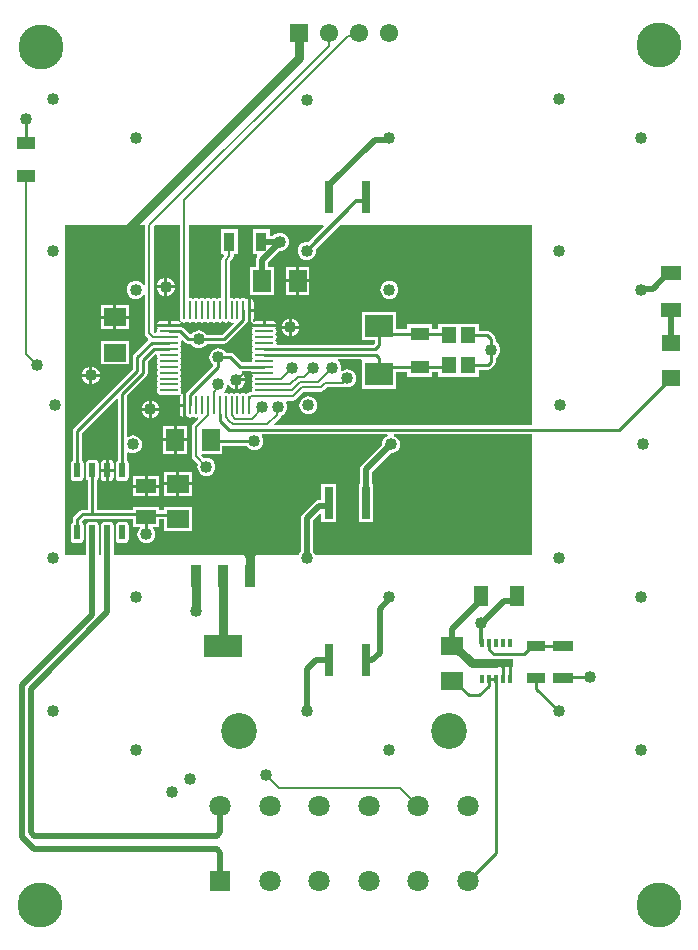
<source format=gbr>
%TF.GenerationSoftware,Altium Limited,Altium Designer,20.0.9 (164)*%
G04 Layer_Physical_Order=4*
G04 Layer_Color=16711680*
%FSLAX26Y26*%
%MOIN*%
%TF.FileFunction,Copper,L4,Bot,Signal*%
%TF.Part,Single*%
G01*
G75*
%TA.AperFunction,Conductor*%
%ADD11C,0.020000*%
%ADD12C,0.030000*%
%ADD13C,0.008000*%
%ADD14C,0.010000*%
%ADD15C,0.009000*%
%TA.AperFunction,ComponentPad*%
%ADD16C,0.070866*%
%ADD17R,0.070866X0.070866*%
%ADD18C,0.119685*%
%ADD19C,0.011811*%
%ADD20R,0.061024X0.061024*%
%ADD21C,0.061024*%
%TA.AperFunction,ViaPad*%
%ADD22C,0.040000*%
%ADD23C,0.150000*%
%TA.AperFunction,SMDPad,CuDef*%
%ADD24R,0.029528X0.106299*%
%ADD25R,0.118110X0.031496*%
%ADD26R,0.015748X0.029528*%
%ADD27R,0.064961X0.043307*%
%ADD28R,0.035433X0.074803*%
%ADD29R,0.125984X0.074803*%
%ADD30R,0.074803X0.061024*%
%ADD31R,0.062992X0.035433*%
%ADD32R,0.045276X0.070866*%
%ADD33R,0.066929X0.037402*%
%ADD34O,0.009842X0.061024*%
%ADD35O,0.061024X0.009842*%
%ADD36R,0.059055X0.055118*%
%ADD37R,0.074803X0.059055*%
%ADD38R,0.059055X0.074803*%
%ADD39R,0.094488X0.074803*%
%ADD40R,0.070866X0.051181*%
%ADD41R,0.035433X0.062992*%
%ADD42R,0.051181X0.057087*%
G04:AMPARAMS|DCode=43|XSize=21.654mil|YSize=49.213mil|CornerRadius=1.949mil|HoleSize=0mil|Usage=FLASHONLY|Rotation=180.000|XOffset=0mil|YOffset=0mil|HoleType=Round|Shape=RoundedRectangle|*
%AMROUNDEDRECTD43*
21,1,0.021654,0.045315,0,0,180.0*
21,1,0.017756,0.049213,0,0,180.0*
1,1,0.003898,-0.008878,0.022657*
1,1,0.003898,0.008878,0.022657*
1,1,0.003898,0.008878,-0.022657*
1,1,0.003898,-0.008878,-0.022657*
%
%ADD43ROUNDEDRECTD43*%
%ADD44R,0.066929X0.045276*%
%TA.AperFunction,Conductor*%
%ADD45C,0.014000*%
%ADD46C,0.012000*%
%ADD47C,0.040000*%
G36*
X3070000Y1728782D02*
X2211502D01*
X2209588Y1733401D01*
X2228971Y1752784D01*
X2232065Y1757415D01*
X2232730Y1760759D01*
X2232832Y1760772D01*
X2240129Y1763795D01*
X2246396Y1768604D01*
X2251205Y1774871D01*
X2254228Y1782168D01*
X2255259Y1790000D01*
X2254228Y1797832D01*
X2251205Y1805129D01*
X2250352Y1806241D01*
X2252563Y1810726D01*
X2274999D01*
X2275000Y1810726D01*
X2280463Y1811812D01*
X2285093Y1814907D01*
X2310913Y1840726D01*
X2365670D01*
X2365670Y1840726D01*
X2371133Y1841812D01*
X2375764Y1844907D01*
X2386583Y1855726D01*
X2439999D01*
X2440000Y1855726D01*
X2444919Y1856704D01*
X2447168Y1855772D01*
X2455000Y1854741D01*
X2462832Y1855772D01*
X2470129Y1858795D01*
X2476396Y1863604D01*
X2481205Y1869871D01*
X2484228Y1877168D01*
X2485259Y1885000D01*
X2484228Y1892832D01*
X2481205Y1900129D01*
X2476396Y1906396D01*
X2470129Y1911205D01*
X2462832Y1914228D01*
X2455000Y1915259D01*
X2447168Y1914228D01*
X2439871Y1911205D01*
X2438847Y1910420D01*
X2436978Y1911127D01*
X2434376Y1913291D01*
X2435259Y1920000D01*
X2434228Y1927832D01*
X2431205Y1935129D01*
X2426396Y1941396D01*
X2423625Y1943523D01*
X2425322Y1948523D01*
X2499329D01*
X2503228Y1945866D01*
Y1851063D01*
X2617716D01*
Y1907578D01*
X2652992D01*
Y1890709D01*
X2737953D01*
Y1907578D01*
X2758386D01*
Y1889921D01*
X2892559D01*
Y1913680D01*
X2923465D01*
X2929122Y1914806D01*
X2933918Y1918011D01*
X2945454Y1929546D01*
X2948659Y1934342D01*
X2949784Y1940000D01*
Y1953652D01*
X2950129Y1953795D01*
X2956396Y1958604D01*
X2961205Y1964871D01*
X2964228Y1972168D01*
X2965259Y1980000D01*
X2964228Y1987832D01*
X2961205Y1995129D01*
X2956396Y2001396D01*
X2950129Y2006205D01*
X2949784Y2006348D01*
Y2015000D01*
X2948659Y2020658D01*
X2945454Y2025454D01*
X2931989Y2038918D01*
X2927193Y2042123D01*
X2921535Y2043249D01*
X2892559D01*
Y2067008D01*
X2758386D01*
Y2049351D01*
X2737953D01*
Y2066220D01*
X2652992D01*
Y2049351D01*
X2617716D01*
Y2107283D01*
X2503228D01*
Y2012480D01*
X2545688D01*
Y2001596D01*
X2541868Y1997776D01*
X2221762D01*
X2218590Y2001641D01*
X2218796Y2002677D01*
X2217638Y2008499D01*
X2214952Y2012520D01*
X2217638Y2016540D01*
X2218796Y2022362D01*
X2217638Y2028184D01*
X2214952Y2032205D01*
X2217638Y2036225D01*
X2218796Y2042047D01*
X2217638Y2047869D01*
X2214952Y2051890D01*
X2217638Y2055910D01*
X2217802Y2056732D01*
X2206250D01*
X2203583Y2057263D01*
X2177992D01*
X2152401D01*
X2149734Y2056732D01*
X2138183D01*
X2138346Y2055910D01*
X2141032Y2051890D01*
X2138346Y2047869D01*
X2137188Y2042047D01*
X2138346Y2036225D01*
X2141032Y2032205D01*
X2138346Y2028184D01*
X2137188Y2022362D01*
X2138346Y2016540D01*
X2141032Y2012520D01*
X2138346Y2008499D01*
X2137188Y2002677D01*
X2138346Y1996855D01*
X2141032Y1992835D01*
X2138346Y1988814D01*
X2137188Y1982992D01*
X2138346Y1977170D01*
X2141032Y1973150D01*
X2138346Y1969129D01*
X2137188Y1963307D01*
X2138346Y1957485D01*
X2141032Y1953465D01*
X2138346Y1949444D01*
X2137188Y1943622D01*
X2137394Y1942586D01*
X2134222Y1938721D01*
X2102187D01*
X2075454Y1965454D01*
X2070658Y1968659D01*
X2065000Y1969784D01*
X2051348D01*
X2051205Y1970129D01*
X2046396Y1976396D01*
X2040129Y1981205D01*
X2032832Y1984228D01*
X2025000Y1985259D01*
X2017168Y1984228D01*
X2009871Y1981205D01*
X2003604Y1976396D01*
X1998795Y1970129D01*
X1995772Y1962832D01*
X1994741Y1955000D01*
X1995772Y1947168D01*
X1998795Y1939871D01*
X2003604Y1933604D01*
X2006203Y1931609D01*
X2006638Y1924973D01*
X1920652Y1838986D01*
X1917545Y1834336D01*
X1917082Y1834646D01*
X1916260Y1834810D01*
Y1823258D01*
X1915729Y1820591D01*
Y1795000D01*
Y1769409D01*
X1916260Y1766742D01*
Y1755190D01*
X1917082Y1755354D01*
X1921102Y1758040D01*
X1925123Y1755354D01*
X1930945Y1754196D01*
X1936767Y1755354D01*
X1940787Y1758040D01*
X1944808Y1755354D01*
X1950630Y1754196D01*
X1955588Y1755182D01*
X1957648Y1752889D01*
X1958536Y1751059D01*
X1939907Y1732429D01*
X1936812Y1727798D01*
X1935726Y1722336D01*
X1935726Y1722335D01*
Y1625001D01*
X1935726Y1625000D01*
X1936812Y1619537D01*
X1939907Y1614907D01*
X1956126Y1598687D01*
X1955772Y1597832D01*
X1954741Y1590000D01*
X1955772Y1582168D01*
X1958795Y1574871D01*
X1963604Y1568604D01*
X1969871Y1563795D01*
X1977168Y1560772D01*
X1985000Y1559741D01*
X1992832Y1560772D01*
X2000129Y1563795D01*
X2006396Y1568604D01*
X2011205Y1574871D01*
X2014228Y1582168D01*
X2015259Y1590000D01*
X2014228Y1597832D01*
X2011205Y1605129D01*
X2006396Y1611396D01*
X2000129Y1616205D01*
X1992832Y1619228D01*
X1985000Y1620259D01*
X1977168Y1619228D01*
X1976313Y1618874D01*
X1967589Y1627599D01*
X1969660Y1632599D01*
X2038583D01*
Y1660216D01*
X2118652D01*
X2118795Y1659871D01*
X2123604Y1653604D01*
X2129871Y1648795D01*
X2137168Y1645772D01*
X2145000Y1644741D01*
X2152832Y1645772D01*
X2160129Y1648795D01*
X2166396Y1653604D01*
X2171205Y1659871D01*
X2174228Y1667168D01*
X2175259Y1675000D01*
X2174228Y1682832D01*
X2171205Y1690129D01*
X2168853Y1693194D01*
X2171319Y1698194D01*
X2588678D01*
X2589673Y1693194D01*
X2584871Y1691205D01*
X2578604Y1686396D01*
X2573795Y1680129D01*
X2570772Y1672832D01*
X2569741Y1665000D01*
X2569906Y1663745D01*
X2502589Y1596427D01*
X2498168Y1589811D01*
X2496616Y1582008D01*
Y1533150D01*
X2492244D01*
Y1406850D01*
X2541772D01*
Y1533150D01*
X2537400D01*
Y1573561D01*
X2598745Y1634906D01*
X2600000Y1634741D01*
X2607832Y1635772D01*
X2615129Y1638795D01*
X2621396Y1643604D01*
X2626205Y1649871D01*
X2629228Y1657168D01*
X2630259Y1665000D01*
X2629228Y1672832D01*
X2626205Y1680129D01*
X2621396Y1686396D01*
X2615129Y1691205D01*
X2610327Y1693194D01*
X2611322Y1698194D01*
X3070000D01*
Y1295000D01*
X2348330D01*
X2346205Y1300129D01*
X2341396Y1306396D01*
X2340392Y1307167D01*
Y1411553D01*
X2363609Y1434771D01*
X2368228Y1432857D01*
Y1406850D01*
X2417756D01*
Y1533150D01*
X2368228D01*
Y1480336D01*
X2359944D01*
X2352140Y1478784D01*
X2345525Y1474363D01*
X2305581Y1434419D01*
X2301160Y1427804D01*
X2299608Y1420000D01*
Y1307167D01*
X2298604Y1306396D01*
X2293795Y1300129D01*
X2291670Y1295000D01*
X1675392D01*
Y1345633D01*
X1676061Y1348996D01*
Y1394311D01*
X1675133Y1398973D01*
X1672493Y1402926D01*
X1668540Y1405567D01*
X1663878Y1406494D01*
X1646122D01*
X1641460Y1405567D01*
X1637507Y1402926D01*
X1634867Y1398973D01*
X1633939Y1394311D01*
Y1348996D01*
X1634608Y1345633D01*
Y1295000D01*
X1625392D01*
Y1345633D01*
X1626061Y1348996D01*
Y1394311D01*
X1625133Y1398973D01*
X1622493Y1402926D01*
X1618540Y1405567D01*
X1613878Y1406494D01*
X1596122D01*
X1591460Y1405567D01*
X1587507Y1402926D01*
X1584867Y1398973D01*
X1583939Y1394311D01*
Y1348996D01*
X1584608Y1345633D01*
Y1295000D01*
X1515000D01*
Y2395000D01*
X1780726D01*
X1780726Y2394999D01*
Y2197142D01*
X1777962Y2195912D01*
X1775726Y2195754D01*
X1771396Y2201396D01*
X1765129Y2206205D01*
X1757832Y2209228D01*
X1750000Y2210259D01*
X1742168Y2209228D01*
X1734871Y2206205D01*
X1728604Y2201396D01*
X1723795Y2195129D01*
X1720772Y2187832D01*
X1719741Y2180000D01*
X1720772Y2172168D01*
X1723795Y2164871D01*
X1728604Y2158604D01*
X1734871Y2153795D01*
X1742168Y2150772D01*
X1750000Y2149741D01*
X1757832Y2150772D01*
X1765129Y2153795D01*
X1771396Y2158604D01*
X1775726Y2164246D01*
X1777962Y2164088D01*
X1780726Y2162858D01*
Y2035001D01*
X1780726Y2035000D01*
X1781812Y2029537D01*
X1784907Y2024907D01*
X1791841Y2017973D01*
X1790917Y2011825D01*
X1744546Y1965454D01*
X1741341Y1960658D01*
X1740216Y1955000D01*
Y1916124D01*
X1544546Y1720454D01*
X1541341Y1715658D01*
X1540216Y1710000D01*
Y1611428D01*
X1537507Y1609619D01*
X1534867Y1605666D01*
X1533939Y1601004D01*
Y1555689D01*
X1534867Y1551027D01*
X1537507Y1547074D01*
X1541460Y1544434D01*
X1546122Y1543506D01*
X1563878D01*
X1568540Y1544434D01*
X1572493Y1547074D01*
X1575133Y1551027D01*
X1576061Y1555689D01*
Y1601004D01*
X1575133Y1605666D01*
X1572493Y1609619D01*
X1569784Y1611428D01*
Y1703876D01*
X1685597Y1819689D01*
X1690216Y1817775D01*
Y1611428D01*
X1687507Y1609619D01*
X1684867Y1605666D01*
X1683939Y1601004D01*
Y1555689D01*
X1684867Y1551027D01*
X1687507Y1547074D01*
X1691460Y1544434D01*
X1696122Y1543506D01*
X1713878D01*
X1718540Y1544434D01*
X1722493Y1547074D01*
X1725133Y1551027D01*
X1726061Y1555689D01*
Y1601004D01*
X1725133Y1605666D01*
X1722493Y1609619D01*
X1719784Y1611428D01*
Y1637045D01*
X1724268Y1639257D01*
X1724871Y1638795D01*
X1732168Y1635772D01*
X1740000Y1634741D01*
X1747832Y1635772D01*
X1755129Y1638795D01*
X1761396Y1643604D01*
X1766205Y1649871D01*
X1769228Y1657168D01*
X1770259Y1665000D01*
X1769228Y1672832D01*
X1766205Y1680129D01*
X1761396Y1686396D01*
X1755129Y1691205D01*
X1747832Y1694228D01*
X1740000Y1695259D01*
X1732168Y1694228D01*
X1724871Y1691205D01*
X1724268Y1690743D01*
X1719784Y1692955D01*
Y1827006D01*
X1784454Y1891676D01*
X1787659Y1896472D01*
X1788784Y1902130D01*
Y1941006D01*
X1813285Y1965507D01*
X1815617Y1965402D01*
X1820259Y1963307D01*
X1821417Y1957485D01*
X1824103Y1953465D01*
X1821417Y1949444D01*
X1820259Y1943622D01*
X1821417Y1937800D01*
X1824103Y1933780D01*
X1821417Y1929759D01*
X1820259Y1923937D01*
X1821417Y1918115D01*
X1824103Y1914094D01*
X1821417Y1910074D01*
X1820259Y1904252D01*
X1821417Y1898430D01*
X1824103Y1894409D01*
X1821417Y1890389D01*
X1820259Y1884567D01*
X1821417Y1878745D01*
X1824103Y1874724D01*
X1821417Y1870704D01*
X1820259Y1864882D01*
X1821417Y1859060D01*
X1824103Y1855039D01*
X1821417Y1851019D01*
X1820259Y1845197D01*
X1821417Y1839375D01*
X1824715Y1834439D01*
X1829650Y1831141D01*
X1835472Y1829983D01*
X1886654D01*
X1892476Y1831141D01*
X1895863Y1833405D01*
X1899468Y1829800D01*
X1897204Y1826413D01*
X1896046Y1820591D01*
Y1800000D01*
X1906260D01*
Y1834810D01*
X1905438Y1834646D01*
X1902051Y1832383D01*
X1898446Y1835988D01*
X1900709Y1839375D01*
X1901867Y1845197D01*
X1900709Y1851019D01*
X1898023Y1855039D01*
X1900709Y1859060D01*
X1901867Y1864882D01*
X1900709Y1870704D01*
X1898023Y1874724D01*
X1900709Y1878745D01*
X1901867Y1884567D01*
X1900709Y1890389D01*
X1898023Y1894409D01*
X1900709Y1898430D01*
X1901867Y1904252D01*
X1900709Y1910074D01*
X1898023Y1914094D01*
X1900709Y1918115D01*
X1901867Y1923937D01*
X1900709Y1929759D01*
X1898023Y1933780D01*
X1900709Y1937800D01*
X1901867Y1943622D01*
X1900709Y1949444D01*
X1898023Y1953465D01*
X1900709Y1957485D01*
X1901867Y1963307D01*
X1900709Y1969129D01*
X1898023Y1973150D01*
X1900709Y1977170D01*
X1901867Y1982992D01*
X1900709Y1988814D01*
X1898023Y1992835D01*
X1900709Y1996855D01*
X1901867Y2002677D01*
X1900709Y2008499D01*
X1900636Y2008609D01*
X1901513Y2010508D01*
X1907514Y2011579D01*
X1914546Y2004546D01*
X1919342Y2001341D01*
X1925000Y2000216D01*
X1933652D01*
X1933795Y1999871D01*
X1938604Y1993604D01*
X1944871Y1988795D01*
X1952168Y1985772D01*
X1960000Y1984741D01*
X1967832Y1985772D01*
X1975129Y1988795D01*
X1981396Y1993604D01*
X1986205Y1999871D01*
X1986348Y2000216D01*
X2044552D01*
X2050210Y2001341D01*
X2055006Y2004546D01*
X2118403Y2067943D01*
X2121510Y2072593D01*
X2121973Y2072283D01*
X2122795Y2072120D01*
Y2083671D01*
X2123326Y2086339D01*
Y2111929D01*
Y2137520D01*
X2122795Y2140188D01*
Y2151739D01*
X2121973Y2151575D01*
X2117953Y2148889D01*
X2113932Y2151575D01*
X2108110Y2152733D01*
X2102288Y2151575D01*
X2098268Y2148889D01*
X2094247Y2151575D01*
X2088425Y2152733D01*
X2082603Y2151575D01*
X2078583Y2148889D01*
X2074562Y2151575D01*
X2068740Y2152733D01*
X2067195Y2152426D01*
X2063329Y2155598D01*
Y2273142D01*
X2071944Y2281757D01*
X2071944Y2281757D01*
X2075038Y2286388D01*
X2076125Y2291850D01*
X2076125Y2291851D01*
Y2298504D01*
X2089567D01*
Y2381496D01*
X2034134D01*
Y2298504D01*
X2041246D01*
X2043317Y2293504D01*
X2038962Y2289149D01*
X2035867Y2284518D01*
X2034781Y2279055D01*
X2034781Y2279055D01*
Y2155598D01*
X2030916Y2152426D01*
X2029370Y2152733D01*
X2023548Y2151575D01*
X2019528Y2148889D01*
X2015507Y2151575D01*
X2009685Y2152733D01*
X2003863Y2151575D01*
X1999842Y2148889D01*
X1995822Y2151575D01*
X1990000Y2152733D01*
X1984178Y2151575D01*
X1980157Y2148889D01*
X1976137Y2151575D01*
X1970315Y2152733D01*
X1964493Y2151575D01*
X1960472Y2148889D01*
X1956452Y2151575D01*
X1950630Y2152733D01*
X1944808Y2151575D01*
X1940787Y2148889D01*
X1936767Y2151575D01*
X1930945Y2152733D01*
X1929399Y2152426D01*
X1925534Y2155598D01*
Y2395000D01*
X2373954D01*
X2375868Y2390381D01*
X2325078Y2339590D01*
X2320000Y2340259D01*
X2312168Y2339228D01*
X2304871Y2336205D01*
X2298604Y2331396D01*
X2293795Y2325129D01*
X2290772Y2317832D01*
X2289741Y2310000D01*
X2290772Y2302168D01*
X2293795Y2294871D01*
X2298604Y2288604D01*
X2304871Y2283795D01*
X2312168Y2280772D01*
X2320000Y2279741D01*
X2327832Y2280772D01*
X2335129Y2283795D01*
X2341396Y2288604D01*
X2346205Y2294871D01*
X2349228Y2302168D01*
X2350259Y2310000D01*
X2349590Y2315078D01*
X2429513Y2395000D01*
X3070000D01*
Y1728782D01*
D02*
G37*
G36*
X1896986Y2142241D02*
X1896046Y2137520D01*
Y2086338D01*
X1897204Y2080517D01*
X1899468Y2077129D01*
X1895863Y2073524D01*
X1892476Y2075788D01*
X1886654Y2076946D01*
X1866063D01*
Y2066732D01*
X1900872D01*
X1900709Y2067554D01*
X1898446Y2070941D01*
X1902051Y2074546D01*
X1905438Y2072283D01*
X1911260Y2071125D01*
X1917082Y2072283D01*
X1921102Y2074970D01*
X1925123Y2072283D01*
X1930945Y2071125D01*
X1936767Y2072283D01*
X1940787Y2074970D01*
X1944808Y2072283D01*
X1950630Y2071125D01*
X1956452Y2072283D01*
X1960472Y2074970D01*
X1964493Y2072283D01*
X1970315Y2071125D01*
X1976137Y2072283D01*
X1980157Y2074970D01*
X1984178Y2072283D01*
X1990000Y2071125D01*
X1995822Y2072283D01*
X1999842Y2074970D01*
X2003863Y2072283D01*
X2009685Y2071125D01*
X2015507Y2072283D01*
X2019528Y2074970D01*
X2023548Y2072283D01*
X2029370Y2071125D01*
X2035192Y2072283D01*
X2039213Y2074970D01*
X2043233Y2072283D01*
X2049055Y2071125D01*
X2054877Y2072283D01*
X2058898Y2074970D01*
X2062918Y2072283D01*
X2068740Y2071125D01*
X2073681Y2072108D01*
X2075792Y2069725D01*
X2076629Y2067984D01*
X2038429Y2029784D01*
X1986348D01*
X1986205Y2030129D01*
X1981396Y2036396D01*
X1975129Y2041205D01*
X1967832Y2044228D01*
X1960000Y2045259D01*
X1952168Y2044228D01*
X1944871Y2041205D01*
X1938604Y2036396D01*
X1935215Y2031979D01*
X1929826Y2031557D01*
X1929085Y2031823D01*
X1908568Y2052340D01*
X1903772Y2055545D01*
X1900756Y2056145D01*
X1900872Y2056732D01*
X1889321D01*
X1886654Y2057263D01*
X1861063D01*
X1835472D01*
X1832805Y2056732D01*
X1821254D01*
X1821417Y2055910D01*
X1824103Y2051890D01*
X1821417Y2047869D01*
X1820259Y2042047D01*
X1820329Y2041694D01*
X1816994Y2037533D01*
X1812796Y2037391D01*
X1809274Y2040913D01*
Y2389087D01*
X1815187Y2395000D01*
X1896986D01*
Y2142241D01*
D02*
G37*
G36*
X2137394Y1905288D02*
X2137188Y1904252D01*
X2138346Y1898430D01*
X2141032Y1894409D01*
X2138346Y1890389D01*
X2137188Y1884567D01*
X2138346Y1878745D01*
X2141032Y1874724D01*
X2138346Y1870704D01*
X2137188Y1864882D01*
X2138346Y1859060D01*
X2141032Y1855039D01*
X2138346Y1851019D01*
X2137188Y1845197D01*
X2137372Y1844274D01*
X2135002Y1839277D01*
X2135000Y1839274D01*
X2133707Y1839017D01*
X2129537Y1838188D01*
X2125196Y1835287D01*
X2121973Y1834646D01*
X2117953Y1831960D01*
X2113932Y1834646D01*
X2108110Y1835804D01*
X2102288Y1834646D01*
X2098268Y1831960D01*
X2094247Y1834646D01*
X2088425Y1835804D01*
X2082603Y1834646D01*
X2078583Y1831960D01*
X2074562Y1834646D01*
X2068740Y1835804D01*
X2062918Y1834646D01*
X2058898Y1831960D01*
X2054877Y1834646D01*
X2049055Y1835804D01*
X2043479Y1834695D01*
X2043220Y1834655D01*
X2043022Y1834788D01*
X2042882Y1840907D01*
X2046396Y1843604D01*
X2051205Y1849871D01*
X2054228Y1857168D01*
X2054839Y1861812D01*
X2060067Y1863213D01*
X2063604Y1858604D01*
X2069871Y1853795D01*
X2077168Y1850772D01*
X2080000Y1850399D01*
Y1880000D01*
X2085000D01*
Y1885000D01*
X2114601D01*
X2114228Y1887832D01*
X2111205Y1895129D01*
X2106396Y1901396D01*
X2102804Y1904153D01*
X2104501Y1909153D01*
X2134222D01*
X2137394Y1905288D01*
D02*
G37*
%LPC*%
G36*
X2195866Y2381496D02*
X2140433D01*
Y2298504D01*
X2152910D01*
X2155283Y2293504D01*
X2152105Y2288749D01*
X2150553Y2280945D01*
Y2257401D01*
X2131417D01*
Y2162599D01*
X2210472D01*
Y2257401D01*
X2191337D01*
Y2272498D01*
X2228745Y2309906D01*
X2230000Y2309741D01*
X2237832Y2310772D01*
X2245129Y2313795D01*
X2251396Y2318604D01*
X2256205Y2324871D01*
X2259228Y2332168D01*
X2260259Y2340000D01*
X2259228Y2347832D01*
X2256205Y2355129D01*
X2251396Y2361396D01*
X2245129Y2366205D01*
X2237832Y2369228D01*
X2230000Y2370259D01*
X2222168Y2369228D01*
X2214871Y2366205D01*
X2208604Y2361396D01*
X2207833Y2360392D01*
X2195866D01*
Y2381496D01*
D02*
G37*
G36*
X2328583Y2257401D02*
X2294055D01*
Y2215000D01*
X2328583D01*
Y2257401D01*
D02*
G37*
G36*
X2284055D02*
X2249528D01*
Y2215000D01*
X2284055D01*
Y2257401D01*
D02*
G37*
G36*
X2328583Y2205000D02*
X2294055D01*
Y2162599D01*
X2328583D01*
Y2205000D01*
D02*
G37*
G36*
X2284055D02*
X2249528D01*
Y2162599D01*
X2284055D01*
Y2205000D01*
D02*
G37*
G36*
X2595000Y2210259D02*
X2587168Y2209228D01*
X2579871Y2206205D01*
X2573604Y2201396D01*
X2568795Y2195129D01*
X2565772Y2187832D01*
X2564741Y2180000D01*
X2565772Y2172168D01*
X2568795Y2164871D01*
X2573604Y2158604D01*
X2579871Y2153795D01*
X2587168Y2150772D01*
X2595000Y2149741D01*
X2602832Y2150772D01*
X2610129Y2153795D01*
X2616396Y2158604D01*
X2621205Y2164871D01*
X2624228Y2172168D01*
X2625259Y2180000D01*
X2624228Y2187832D01*
X2621205Y2195129D01*
X2616396Y2201396D01*
X2610129Y2206205D01*
X2602832Y2209228D01*
X2595000Y2210259D01*
D02*
G37*
G36*
X2132795Y2151739D02*
Y2116929D01*
X2143009D01*
Y2137520D01*
X2141851Y2143342D01*
X2138553Y2148277D01*
X2133617Y2151575D01*
X2132795Y2151739D01*
D02*
G37*
G36*
X1727401Y2128583D02*
X1685000D01*
Y2094055D01*
X1727401D01*
Y2128583D01*
D02*
G37*
G36*
X1675000D02*
X1632599D01*
Y2094055D01*
X1675000D01*
Y2128583D01*
D02*
G37*
G36*
X2203583Y2076946D02*
X2182992D01*
Y2066732D01*
X2217802D01*
X2217638Y2067554D01*
X2214340Y2072490D01*
X2209405Y2075788D01*
X2203583Y2076946D01*
D02*
G37*
G36*
X2143009Y2106929D02*
X2132795D01*
Y2072120D01*
X2133617Y2072283D01*
X2137005Y2074546D01*
X2140610Y2070942D01*
X2138346Y2067554D01*
X2138183Y2066732D01*
X2172992D01*
Y2076946D01*
X2152401D01*
X2146579Y2075788D01*
X2143192Y2073524D01*
X2139587Y2077129D01*
X2141851Y2080517D01*
X2143009Y2086338D01*
Y2106929D01*
D02*
G37*
G36*
X2270000Y2084601D02*
Y2060000D01*
X2294601D01*
X2294228Y2062832D01*
X2291205Y2070129D01*
X2286396Y2076396D01*
X2280129Y2081205D01*
X2272832Y2084228D01*
X2270000Y2084601D01*
D02*
G37*
G36*
X2260000D02*
X2257168Y2084228D01*
X2249871Y2081205D01*
X2243604Y2076396D01*
X2238795Y2070129D01*
X2235772Y2062832D01*
X2235399Y2060000D01*
X2260000D01*
Y2084601D01*
D02*
G37*
G36*
X1727401Y2084055D02*
X1685000D01*
Y2049528D01*
X1727401D01*
Y2084055D01*
D02*
G37*
G36*
X1675000D02*
X1632599D01*
Y2049528D01*
X1675000D01*
Y2084055D01*
D02*
G37*
G36*
X2294601Y2050000D02*
X2270000D01*
Y2025399D01*
X2272832Y2025772D01*
X2280129Y2028795D01*
X2286396Y2033604D01*
X2291205Y2039871D01*
X2294228Y2047168D01*
X2294601Y2050000D01*
D02*
G37*
G36*
X2260000D02*
X2235399D01*
X2235772Y2047168D01*
X2238795Y2039871D01*
X2243604Y2033604D01*
X2249871Y2028795D01*
X2257168Y2025772D01*
X2260000Y2025399D01*
Y2050000D01*
D02*
G37*
G36*
X1727401Y2010472D02*
X1632599D01*
Y1931417D01*
X1727401D01*
Y2010472D01*
D02*
G37*
G36*
X1605000Y1924601D02*
Y1900000D01*
X1629601D01*
X1629228Y1902832D01*
X1626205Y1910129D01*
X1621396Y1916396D01*
X1615129Y1921205D01*
X1607832Y1924228D01*
X1605000Y1924601D01*
D02*
G37*
G36*
X1595000D02*
X1592168Y1924228D01*
X1584871Y1921205D01*
X1578604Y1916396D01*
X1573795Y1910129D01*
X1570772Y1902832D01*
X1570399Y1900000D01*
X1595000D01*
Y1924601D01*
D02*
G37*
G36*
X1629601Y1890000D02*
X1605000D01*
Y1865399D01*
X1607832Y1865772D01*
X1615129Y1868795D01*
X1621396Y1873604D01*
X1626205Y1879871D01*
X1629228Y1887168D01*
X1629601Y1890000D01*
D02*
G37*
G36*
X1595000D02*
X1570399D01*
X1570772Y1887168D01*
X1573795Y1879871D01*
X1578604Y1873604D01*
X1584871Y1868795D01*
X1592168Y1865772D01*
X1595000Y1865399D01*
Y1890000D01*
D02*
G37*
G36*
X1803458Y1811142D02*
Y1786542D01*
X1828059D01*
X1827686Y1789373D01*
X1824663Y1796671D01*
X1819855Y1802938D01*
X1813588Y1807747D01*
X1806290Y1810770D01*
X1803458Y1811142D01*
D02*
G37*
G36*
X1793458D02*
X1790627Y1810770D01*
X1783329Y1807747D01*
X1777062Y1802938D01*
X1772253Y1796671D01*
X1769230Y1789373D01*
X1768858Y1786542D01*
X1793458D01*
Y1811142D01*
D02*
G37*
G36*
X2325000Y1825259D02*
X2317168Y1824228D01*
X2309871Y1821205D01*
X2303604Y1816396D01*
X2298795Y1810129D01*
X2295772Y1802832D01*
X2294741Y1795000D01*
X2295772Y1787168D01*
X2298795Y1779871D01*
X2303604Y1773604D01*
X2309871Y1768795D01*
X2317168Y1765772D01*
X2325000Y1764741D01*
X2332832Y1765772D01*
X2340129Y1768795D01*
X2346396Y1773604D01*
X2351205Y1779871D01*
X2354228Y1787168D01*
X2355259Y1795000D01*
X2354228Y1802832D01*
X2351205Y1810129D01*
X2346396Y1816396D01*
X2340129Y1821205D01*
X2332832Y1824228D01*
X2325000Y1825259D01*
D02*
G37*
G36*
X1906260Y1790000D02*
X1896046D01*
Y1769409D01*
X1897204Y1763587D01*
X1900502Y1758652D01*
X1905438Y1755354D01*
X1906260Y1755190D01*
Y1790000D01*
D02*
G37*
G36*
X1828059Y1776542D02*
X1803458D01*
Y1751941D01*
X1806290Y1752314D01*
X1813588Y1755337D01*
X1819855Y1760145D01*
X1824663Y1766412D01*
X1827686Y1773710D01*
X1828059Y1776542D01*
D02*
G37*
G36*
X1793458D02*
X1768858D01*
X1769230Y1773710D01*
X1772253Y1766412D01*
X1777062Y1760145D01*
X1783329Y1755337D01*
X1790627Y1752314D01*
X1793458Y1751941D01*
Y1776542D01*
D02*
G37*
G36*
X1920472Y1727401D02*
X1885945D01*
Y1685000D01*
X1920472D01*
Y1727401D01*
D02*
G37*
G36*
X1875945D02*
X1841417D01*
Y1685000D01*
X1875945D01*
Y1727401D01*
D02*
G37*
G36*
X1920472Y1675000D02*
X1885945D01*
Y1632599D01*
X1920472D01*
Y1675000D01*
D02*
G37*
G36*
X1875945D02*
X1841417D01*
Y1632599D01*
X1875945D01*
Y1675000D01*
D02*
G37*
G36*
X1663878Y1613187D02*
X1660000D01*
Y1583347D01*
X1676061D01*
Y1601004D01*
X1675133Y1605666D01*
X1672493Y1609619D01*
X1668540Y1612259D01*
X1663878Y1613187D01*
D02*
G37*
G36*
X1650000D02*
X1646122D01*
X1641460Y1612259D01*
X1637507Y1609619D01*
X1634867Y1605666D01*
X1633939Y1601004D01*
Y1583347D01*
X1650000D01*
Y1613187D01*
D02*
G37*
G36*
X1676061Y1573347D02*
X1660000D01*
Y1543506D01*
X1663878D01*
X1668540Y1544434D01*
X1672493Y1547074D01*
X1675133Y1551027D01*
X1676061Y1555689D01*
Y1573347D01*
D02*
G37*
G36*
X1650000D02*
X1633939D01*
Y1555689D01*
X1634867Y1551027D01*
X1637507Y1547074D01*
X1641460Y1544434D01*
X1646122Y1543506D01*
X1650000D01*
Y1573347D01*
D02*
G37*
G36*
X1937401Y1573583D02*
X1895000D01*
Y1539055D01*
X1937401D01*
Y1573583D01*
D02*
G37*
G36*
X1885000D02*
X1842599D01*
Y1539055D01*
X1885000D01*
Y1573583D01*
D02*
G37*
G36*
X1828465Y1558819D02*
X1790000D01*
Y1531181D01*
X1828465D01*
Y1558819D01*
D02*
G37*
G36*
X1780000D02*
X1741535D01*
Y1531181D01*
X1780000D01*
Y1558819D01*
D02*
G37*
G36*
X1937401Y1529055D02*
X1895000D01*
Y1494528D01*
X1937401D01*
Y1529055D01*
D02*
G37*
G36*
X1885000D02*
X1842599D01*
Y1494528D01*
X1885000D01*
Y1529055D01*
D02*
G37*
G36*
X1828465Y1521181D02*
X1790000D01*
Y1493543D01*
X1828465D01*
Y1521181D01*
D02*
G37*
G36*
X1780000D02*
X1741535D01*
Y1493543D01*
X1780000D01*
Y1521181D01*
D02*
G37*
G36*
X1613878Y1613187D02*
X1596122D01*
X1591460Y1612259D01*
X1587507Y1609619D01*
X1584867Y1605666D01*
X1583939Y1601004D01*
Y1555689D01*
X1584867Y1551027D01*
X1587507Y1547074D01*
X1590216Y1545265D01*
Y1447284D01*
X1572772D01*
X1567114Y1446159D01*
X1562318Y1442954D01*
X1544546Y1425182D01*
X1541341Y1420386D01*
X1540216Y1414728D01*
Y1404735D01*
X1537507Y1402926D01*
X1534867Y1398973D01*
X1533939Y1394311D01*
Y1348996D01*
X1534867Y1344334D01*
X1537507Y1340381D01*
X1541460Y1337741D01*
X1546122Y1336813D01*
X1563878D01*
X1568540Y1337741D01*
X1572493Y1340381D01*
X1575133Y1344334D01*
X1576061Y1348996D01*
Y1394311D01*
X1575133Y1398973D01*
X1572493Y1402926D01*
X1570829Y1404037D01*
X1570486Y1409306D01*
X1578896Y1417716D01*
X1741535D01*
Y1391181D01*
X1762062D01*
X1763162Y1387940D01*
X1763438Y1386181D01*
X1758795Y1380129D01*
X1755772Y1372832D01*
X1754741Y1365000D01*
X1755772Y1357168D01*
X1758795Y1349871D01*
X1763604Y1343604D01*
X1769871Y1338795D01*
X1777168Y1335772D01*
X1785000Y1334741D01*
X1792832Y1335772D01*
X1800129Y1338795D01*
X1806396Y1343604D01*
X1811205Y1349871D01*
X1814228Y1357168D01*
X1815259Y1365000D01*
X1814228Y1372832D01*
X1811205Y1380129D01*
X1806562Y1386181D01*
X1806838Y1387940D01*
X1807938Y1391181D01*
X1828465D01*
Y1415216D01*
X1842599D01*
Y1376417D01*
X1937401D01*
Y1455472D01*
X1842599D01*
Y1444784D01*
X1828465D01*
Y1456457D01*
X1741535D01*
Y1447284D01*
X1619784D01*
Y1545265D01*
X1622493Y1547074D01*
X1625133Y1551027D01*
X1626061Y1555689D01*
Y1601004D01*
X1625133Y1605666D01*
X1622493Y1609619D01*
X1618540Y1612259D01*
X1613878Y1613187D01*
D02*
G37*
G36*
X1713878Y1406494D02*
X1696122D01*
X1691460Y1405567D01*
X1687507Y1402926D01*
X1684867Y1398973D01*
X1683939Y1394311D01*
Y1348996D01*
X1684867Y1344334D01*
X1687507Y1340381D01*
X1691460Y1337741D01*
X1696122Y1336813D01*
X1713878D01*
X1718540Y1337741D01*
X1722493Y1340381D01*
X1725133Y1344334D01*
X1726061Y1348996D01*
Y1394311D01*
X1725133Y1398973D01*
X1722493Y1402926D01*
X1718540Y1405567D01*
X1713878Y1406494D01*
D02*
G37*
G36*
X1855000Y2219601D02*
Y2195000D01*
X1879601D01*
X1879228Y2197832D01*
X1876205Y2205129D01*
X1871396Y2211396D01*
X1865129Y2216205D01*
X1857832Y2219228D01*
X1855000Y2219601D01*
D02*
G37*
G36*
X1845000D02*
X1842168Y2219228D01*
X1834871Y2216205D01*
X1828604Y2211396D01*
X1823795Y2205129D01*
X1820772Y2197832D01*
X1820399Y2195000D01*
X1845000D01*
Y2219601D01*
D02*
G37*
G36*
X1879601Y2185000D02*
X1855000D01*
Y2160399D01*
X1857832Y2160772D01*
X1865129Y2163795D01*
X1871396Y2168604D01*
X1876205Y2174871D01*
X1879228Y2182168D01*
X1879601Y2185000D01*
D02*
G37*
G36*
X1845000D02*
X1820399D01*
X1820772Y2182168D01*
X1823795Y2174871D01*
X1828604Y2168604D01*
X1834871Y2163795D01*
X1842168Y2160772D01*
X1845000Y2160399D01*
Y2185000D01*
D02*
G37*
G36*
X1856063Y2076946D02*
X1835472D01*
X1829650Y2075788D01*
X1824715Y2072490D01*
X1821417Y2067554D01*
X1821254Y2066732D01*
X1856063D01*
Y2076946D01*
D02*
G37*
G36*
X2114601Y1875000D02*
X2090000D01*
Y1850399D01*
X2092832Y1850772D01*
X2100129Y1853795D01*
X2106396Y1858604D01*
X2111205Y1864871D01*
X2114228Y1872168D01*
X2114601Y1875000D01*
D02*
G37*
%LPD*%
D11*
X2320000Y1285000D02*
Y1420000D01*
X2359944Y1459944D01*
X2170945Y2280945D02*
X2230000Y2340000D01*
X2170945Y2210000D02*
Y2280945D01*
X2168150Y2340000D02*
X2230000D01*
X3525157Y2236024D02*
X3535000D01*
X3472961Y2183827D02*
X3525157Y2236024D01*
X3438827Y2183827D02*
X3472961D01*
X3435000Y2180000D02*
X3438827Y2183827D01*
X3535000Y2004055D02*
Y2113976D01*
X2517008Y945000D02*
X2538284D01*
X2595000Y1149588D02*
Y1155000D01*
X2562889Y1117477D02*
X2595000Y1149588D01*
X2562889Y969605D02*
Y1117477D01*
X2538284Y945000D02*
X2562889Y969605D01*
X2350000Y945000D02*
X2392992D01*
X2320000Y915000D02*
X2350000Y945000D01*
X2320000Y775000D02*
Y915000D01*
X2359944Y1459944D02*
X2388228D01*
X2392992Y1464708D02*
Y1470000D01*
X2388228Y1459944D02*
X2392992Y1464708D01*
X2517008Y1582008D02*
X2600000Y1665000D01*
X2517008Y1470000D02*
Y1582008D01*
X2591173Y2681173D02*
X2595000Y2685000D01*
X2545780Y2681173D02*
X2591173D01*
X2392992Y2528386D02*
X2545780Y2681173D01*
X2392992Y2490000D02*
Y2528386D01*
X2900000Y1070000D02*
X2905000D01*
X2978133Y1143133D02*
X3006417D01*
X3019055Y1155771D02*
Y1160000D01*
X3006417Y1143133D02*
X3019055Y1155771D01*
X2905000Y1070000D02*
X2978133Y1143133D01*
X2805000Y1051260D02*
X2900945Y1147205D01*
X2805000Y993071D02*
Y1051260D01*
X1400000Y371716D02*
Y850000D01*
X2019438Y360000D02*
X2031153Y371716D01*
X1411716Y360000D02*
X2019438D01*
X2031153Y371716D02*
Y460000D01*
X1400000Y371716D02*
X1411716Y360000D01*
X1400000Y850000D02*
X1655000Y1105000D01*
Y1376654D01*
X1410000Y315000D02*
X2019438D01*
X2031153Y303284D01*
Y210000D02*
Y303284D01*
X1370000Y355000D02*
Y862426D01*
Y355000D02*
X1410000Y315000D01*
X1370000Y862426D02*
X1605000Y1097426D01*
Y1376654D01*
D12*
X1713674Y2373673D02*
X2293752Y2953752D01*
Y3035000D01*
X2909449Y935000D02*
X2950000D01*
X2869961D02*
X2909449D01*
X2811890Y993071D02*
X2869961Y935000D01*
X2805000Y993071D02*
X2811890D01*
X1949449Y1226142D02*
X1949724Y1225866D01*
Y1110276D02*
Y1225866D01*
Y1110276D02*
X1950000Y1110000D01*
X2130551Y1226142D02*
Y1300551D01*
X2040000Y993858D02*
Y1226142D01*
D13*
X2109252Y1904252D02*
X2177992D01*
X2085000Y1880000D02*
X2109252Y1904252D01*
X2218877Y1783877D02*
X2225000Y1790000D01*
X2218877Y1762877D02*
Y1783877D01*
X2188488Y1732488D02*
X2218877Y1762877D01*
X2061000Y1744000D02*
X2061620D01*
X2073132Y1732488D01*
X2188488D01*
X2049055Y1755945D02*
Y1795000D01*
Y1755945D02*
X2061000Y1744000D01*
X2069093Y1761983D02*
Y1794648D01*
Y1761983D02*
X2080588Y1750488D01*
X2135633D01*
X2068740Y1795000D02*
X2069093Y1794648D01*
X2135633Y1750488D02*
X2170000Y1784856D01*
Y1790000D01*
X2135000Y1825000D02*
X2275000D01*
X2127795Y1795000D02*
Y1820092D01*
X2128646Y1820943D01*
X2130943D01*
X2631390Y520000D02*
X2691390Y460000D01*
X2228371Y520000D02*
X2631390D01*
X2184186Y564186D02*
X2228371Y520000D01*
X1950000Y1722336D02*
X1989648Y1761983D01*
X1950000Y1625000D02*
X1985000Y1590000D01*
X1950000Y1625000D02*
Y1722336D01*
X1989648Y1761983D02*
Y1794648D01*
X1990000Y1795000D01*
X2365670Y1855000D02*
X2380670Y1870000D01*
X2440000D01*
X2455000Y1885000D01*
X2305000Y1855000D02*
X2365670D01*
X2358000Y1873000D02*
X2405000Y1920000D01*
X2297544Y1873000D02*
X2358000D01*
X2130943Y1820943D02*
X2135000Y1825000D01*
X2290088Y1891000D02*
X2311000D01*
X2269741Y1845197D02*
X2297544Y1873000D01*
X2177992Y1845197D02*
X2269741D01*
X2263970Y1864882D02*
X2290088Y1891000D01*
X2311000D02*
X2340000Y1920000D01*
X2177992Y1864882D02*
X2263970D01*
X2275000Y1825000D02*
X2305000Y1855000D01*
X2177992Y1884567D02*
X2234567D01*
X2270000Y1920000D01*
X2009685Y1795000D02*
Y1841026D01*
X2025000Y1856341D01*
Y1865000D01*
X1385000Y1965000D02*
X1420000Y1930000D01*
X1385000Y1965000D02*
Y2558898D01*
X1911260Y2111929D02*
Y2481260D01*
X2486067Y3027316D02*
X2493752Y3035000D01*
X2457316Y3027316D02*
X2486067D01*
X1911260Y2481260D02*
X2457316Y3027316D01*
X1795000Y2035000D02*
Y2395000D01*
X2392488Y2992488D01*
Y3033736D01*
X2393752Y3035000D01*
X1795000Y2035000D02*
X1807638Y2022362D01*
X1861063D01*
X2061850Y2291850D02*
Y2340000D01*
X2049055Y2279055D02*
X2061850Y2291850D01*
X2049055Y2111929D02*
Y2279055D01*
D14*
X2029370Y1743604D02*
Y1766350D01*
Y1743604D02*
X2059486Y1713488D01*
X3360575D02*
X3533032Y1885945D01*
X1385000Y2671102D02*
Y2750000D01*
X2856350Y210000D02*
X2950000Y303650D01*
Y881850D01*
X2926378D02*
X2945748D01*
X2059486Y1713488D02*
X3360575D01*
X3533032Y1885945D02*
X3535000D01*
X2986496Y935000D02*
X2997244Y924252D01*
X2900945Y1147205D02*
Y1160000D01*
X3071220Y993150D02*
X3085000D01*
X3043819Y965748D02*
X3071220Y993150D01*
X2942330Y965748D02*
X3043819D01*
X2927126Y980952D02*
Y1001181D01*
Y980952D02*
X2942330Y965748D01*
X2926378Y1001929D02*
X2927126Y1001181D01*
X3085000Y993150D02*
X3175000D01*
Y886850D02*
X3178150Y890000D01*
X3265000D01*
X3085000Y850000D02*
Y886850D01*
Y850000D02*
X3160000Y775000D01*
X2901378Y1003307D02*
X2902756Y1001929D01*
X2900000Y1070000D02*
X2901378Y1068622D01*
X2960986Y935000D02*
X2986496D01*
X2973622Y881850D02*
Y922364D01*
X2960986Y935000D02*
X2973622Y922364D01*
X2950000Y935000D02*
X2960986D01*
X2997244Y881850D02*
Y924252D01*
X2805000Y876929D02*
X2811890D01*
X2858819Y830000D01*
X2894756D01*
X2925630Y881102D02*
X2926378Y881850D01*
X2925630Y860873D02*
Y881102D01*
X2894756Y830000D02*
X2925630Y860873D01*
D15*
X2096063Y1923937D02*
X2177992D01*
X2065000Y1955000D02*
X2096063Y1923937D01*
X1931106Y1828533D02*
X2025000Y1922426D01*
Y1955000D02*
X2065000D01*
X2025000Y1922426D02*
Y1955000D01*
X1999055Y1680000D02*
X2004055Y1675000D01*
X2145000D01*
X1555000Y1583347D02*
Y1710000D01*
X1755000Y1910000D01*
X1705000Y1583347D02*
Y1833130D01*
X1774000Y1902130D02*
Y1947130D01*
X1809862Y1982992D01*
X1705000Y1833130D02*
X1774000Y1902130D01*
X1809862Y1982992D02*
X1861063D01*
X1755000Y1910000D02*
Y1955000D01*
X1802677Y2002677D01*
X1785000Y1430000D02*
X1875945D01*
X1785000Y1365000D02*
Y1423819D01*
X1555000Y1414728D02*
X1572772Y1432500D01*
X1602500D01*
X1776319D01*
X1605000Y1435000D02*
Y1578347D01*
X1776319Y1432500D02*
X1785000Y1423819D01*
X1555000Y1371654D02*
Y1414728D01*
X1602500Y1432500D02*
X1605000Y1435000D01*
X1875945Y1430000D02*
X1890000Y1415945D01*
X1802677Y2002677D02*
X1861063D01*
X1925000Y2015000D02*
X1960000D01*
X1861063Y2042047D02*
X1861224Y2041886D01*
X1898114D01*
X1925000Y2015000D01*
X2044552D02*
X2107949Y2078397D01*
Y2111768D01*
X1960000Y2015000D02*
X2044552D01*
X2107949Y2111768D02*
X2108110Y2111929D01*
X1930945Y1795000D02*
X1931106Y1795161D01*
Y1828533D01*
X2935000Y1940000D02*
Y1980000D01*
X2856968Y1928465D02*
X2923465D01*
X2935000Y1940000D01*
Y1980000D02*
Y2015000D01*
X2856968Y2028465D02*
X2921535D01*
X2935000Y2015000D01*
X2695472Y1922362D02*
X2787874D01*
X2793976Y1928465D01*
X2695472Y2034567D02*
X2787874D01*
X2793976Y2028465D01*
X2584370Y1922362D02*
X2695472D01*
X2560472Y1898465D02*
X2584370Y1922362D01*
X2560472Y2059882D02*
X2585787Y2034567D01*
X2695472D01*
X2560472Y1995472D02*
Y2059882D01*
Y1898465D02*
Y1954528D01*
X2551693Y1963307D02*
X2560472Y1954528D01*
X2177992Y1963307D02*
X2551693D01*
X2547992Y1982992D02*
X2560472Y1995472D01*
X2177992Y1982992D02*
X2547992D01*
D16*
X2361075Y210000D02*
D03*
X2526429D02*
D03*
X2196114D02*
D03*
X2691390D02*
D03*
X2856350D02*
D03*
X2361075Y460000D02*
D03*
X2526429D02*
D03*
X2196114D02*
D03*
X2691390D02*
D03*
X2031153D02*
D03*
X2856350D02*
D03*
D17*
X2031153Y210000D02*
D03*
D18*
X2093752Y710000D02*
D03*
X2793752D02*
D03*
D19*
X2909449Y935000D02*
D03*
X2950000D02*
D03*
X2990551D02*
D03*
D20*
X2293752Y3035000D02*
D03*
D21*
X2393752D02*
D03*
X2493752D02*
D03*
X2593752D02*
D03*
D22*
X2265000Y2055000D02*
D03*
X2085000Y1880000D02*
D03*
X2025000Y1955000D02*
D03*
X2145000Y1675000D02*
D03*
X1680000Y2090000D02*
D03*
X1850000Y2190000D02*
D03*
X1870000Y505000D02*
D03*
X1929130Y549147D02*
D03*
X2225000Y1790000D02*
D03*
X2170000D02*
D03*
X2184186Y564186D02*
D03*
X1985000Y1590000D02*
D03*
X2325000Y1795000D02*
D03*
X2320000Y1285000D02*
D03*
X2455000Y1885000D02*
D03*
X2405000Y1920000D02*
D03*
X2340000D02*
D03*
X2270000D02*
D03*
X1740000Y1665000D02*
D03*
X1798458Y1781542D02*
D03*
X1600000Y1895000D02*
D03*
X1420000Y1930000D02*
D03*
X2025000Y1865000D02*
D03*
X1680000Y1970000D02*
D03*
X1480000Y1795000D02*
D03*
X2320918Y2814082D02*
D03*
X2230000Y2340000D02*
D03*
X1385000Y2750000D02*
D03*
X3265000Y890000D02*
D03*
X2900000Y1070000D02*
D03*
X1950000Y1110000D02*
D03*
X2040000Y990000D02*
D03*
X2320000Y2310000D02*
D03*
X1785000Y1365000D02*
D03*
X1960000Y2015000D02*
D03*
X1750000Y645000D02*
D03*
Y2685000D02*
D03*
X2935000Y1980000D02*
D03*
X1475000Y775000D02*
D03*
X2595000Y645000D02*
D03*
X2320000Y775000D02*
D03*
X3435000Y645000D02*
D03*
X3160000Y775000D02*
D03*
X1475000Y1285000D02*
D03*
X1750000Y1155000D02*
D03*
X2595000D02*
D03*
X3435000D02*
D03*
X3160000Y1285000D02*
D03*
X2600000Y1665000D02*
D03*
X3440000D02*
D03*
X3165000Y1795000D02*
D03*
X1475000Y2310000D02*
D03*
X1750000Y2180000D02*
D03*
X2595000D02*
D03*
X3435000D02*
D03*
X3160000Y2310000D02*
D03*
Y2815000D02*
D03*
X3435000Y2685000D02*
D03*
X2595000D02*
D03*
X1475000Y2815000D02*
D03*
D23*
X3495000Y130000D02*
D03*
X1430000D02*
D03*
X3495000Y2995000D02*
D03*
X1435000Y2990000D02*
D03*
D24*
X2392992Y945000D02*
D03*
X2517008D02*
D03*
X2392992Y1470000D02*
D03*
X2517008D02*
D03*
Y2490000D02*
D03*
X2392992D02*
D03*
D25*
X2950000Y935000D02*
D03*
D26*
X2997244Y1001929D02*
D03*
X2973622D02*
D03*
X2950000D02*
D03*
X2926378D02*
D03*
X2902756D02*
D03*
Y881850D02*
D03*
X2926378D02*
D03*
X2950000D02*
D03*
X2973622D02*
D03*
X2997244D02*
D03*
D27*
X1385000Y2671102D02*
D03*
Y2558898D02*
D03*
X2695472Y2034567D02*
D03*
Y1922362D02*
D03*
D28*
X1949449Y1226142D02*
D03*
X2040000D02*
D03*
X2130551D02*
D03*
D29*
X2040000Y993858D02*
D03*
D30*
X2805000Y876929D02*
D03*
Y993071D02*
D03*
D31*
X3085000Y886850D02*
D03*
Y993150D02*
D03*
D32*
X3019055Y1160000D02*
D03*
X2900945D02*
D03*
D33*
X3175000Y886850D02*
D03*
Y993150D02*
D03*
D34*
X2127795Y2111929D02*
D03*
X2108110D02*
D03*
X2088425D02*
D03*
X2068740D02*
D03*
X2049055D02*
D03*
X2029370D02*
D03*
X2009685D02*
D03*
X1990000D02*
D03*
X1970315D02*
D03*
X1950630D02*
D03*
X1930945D02*
D03*
X1911260D02*
D03*
Y1795000D02*
D03*
X1930945D02*
D03*
X1950630D02*
D03*
X1970315D02*
D03*
X1990000D02*
D03*
X2009685D02*
D03*
X2029370D02*
D03*
X2049055D02*
D03*
X2068740D02*
D03*
X2088425D02*
D03*
X2108110D02*
D03*
X2127795D02*
D03*
D35*
X1861063Y2061732D02*
D03*
Y2042047D02*
D03*
Y2022362D02*
D03*
Y2002677D02*
D03*
Y1982992D02*
D03*
Y1963307D02*
D03*
Y1943622D02*
D03*
Y1923937D02*
D03*
Y1904252D02*
D03*
Y1884567D02*
D03*
Y1864882D02*
D03*
Y1845197D02*
D03*
X2177992D02*
D03*
Y1864882D02*
D03*
Y1884567D02*
D03*
Y1904252D02*
D03*
Y1923937D02*
D03*
Y1943622D02*
D03*
Y1963307D02*
D03*
Y1982992D02*
D03*
Y2002677D02*
D03*
Y2022362D02*
D03*
Y2042047D02*
D03*
Y2061732D02*
D03*
D36*
X3535000Y2004055D02*
D03*
Y1885945D02*
D03*
D37*
X1890000Y1415945D02*
D03*
Y1534055D02*
D03*
X1680000Y1970945D02*
D03*
Y2089055D02*
D03*
D38*
X1999055Y1680000D02*
D03*
X1880945D02*
D03*
X2170945Y2210000D02*
D03*
X2289055D02*
D03*
D39*
X2560472Y2059882D02*
D03*
Y1898465D02*
D03*
D40*
X3535000Y2113976D02*
D03*
Y2236024D02*
D03*
D41*
X2061850Y2340000D02*
D03*
X2168150D02*
D03*
D42*
X2793976Y1928465D02*
D03*
X2856968D02*
D03*
X2793976Y2028465D02*
D03*
X2856968D02*
D03*
D43*
X1705000Y1371654D02*
D03*
X1655000D02*
D03*
X1605000D02*
D03*
X1555000D02*
D03*
X1705000Y1578347D02*
D03*
X1655000D02*
D03*
X1605000D02*
D03*
X1555000D02*
D03*
D44*
X1785000Y1423819D02*
D03*
Y1526181D02*
D03*
D45*
X2517008Y2482764D02*
Y2490000D01*
X2509244Y2475000D02*
X2517008Y2482764D01*
X2485000Y2475000D02*
X2509244D01*
X2320000Y2310000D02*
X2485000Y2475000D01*
D46*
X2901378Y1003307D02*
Y1068622D01*
D47*
X2135000Y1305000D02*
Y1350000D01*
X2130551Y1300551D02*
X2135000Y1305000D01*
%TF.MD5,19582b1281e185cbd6cb080bb3fc12b8*%
M02*

</source>
